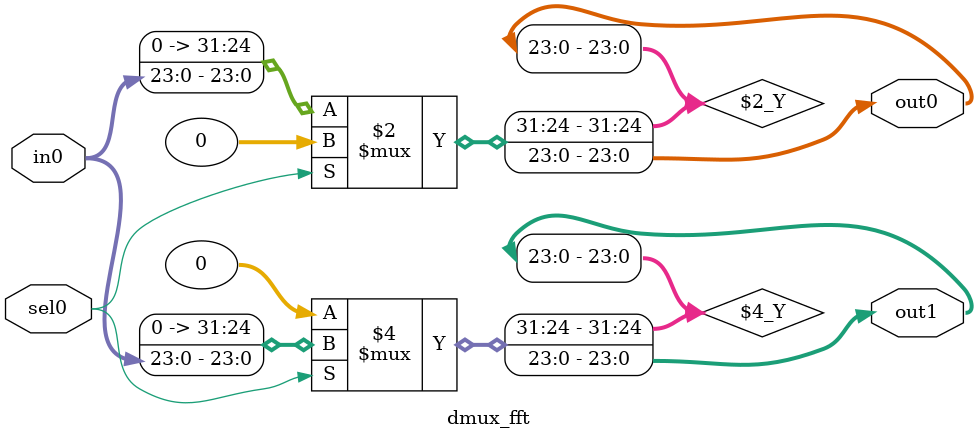
<source format=v>
module dmux_fft
#(
	parameter width = 24
)
(
	input				sel0,
	input	[width-1:0]	in0,
	output	[width-1:0]	out0,
	output	[width-1:0]	out1
);

	assign out0 =  (sel0) ? 0 : in0;
	assign out1 =  (sel0) ? in0 : 0;

endmodule


</source>
